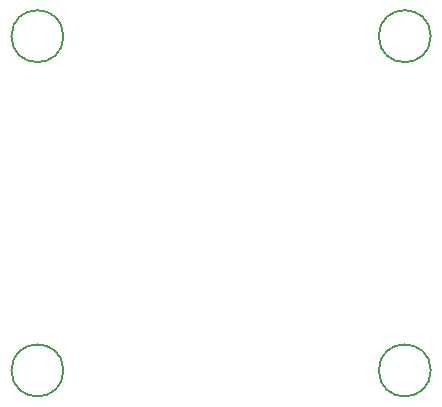
<source format=gbr>
%TF.GenerationSoftware,KiCad,Pcbnew,(6.0.4-0)*%
%TF.CreationDate,2023-05-29T12:52:23-05:00*%
%TF.ProjectId,voltage_sense,766f6c74-6167-4655-9f73-656e73652e6b,rev?*%
%TF.SameCoordinates,Original*%
%TF.FileFunction,Other,Comment*%
%FSLAX46Y46*%
G04 Gerber Fmt 4.6, Leading zero omitted, Abs format (unit mm)*
G04 Created by KiCad (PCBNEW (6.0.4-0)) date 2023-05-29 12:52:23*
%MOMM*%
%LPD*%
G01*
G04 APERTURE LIST*
%ADD10C,0.150000*%
G04 APERTURE END LIST*
D10*
%TO.C,H7*%
X47400000Y31617500D02*
G75*
G03*
X47400000Y31617500I-2200000J0D01*
G01*
%TO.C,H2*%
X16300000Y3317500D02*
G75*
G03*
X16300000Y3317500I-2200000J0D01*
G01*
%TO.C,H3*%
X47400000Y3317500D02*
G75*
G03*
X47400000Y3317500I-2200000J0D01*
G01*
%TO.C,H1*%
X16300000Y31617500D02*
G75*
G03*
X16300000Y31617500I-2200000J0D01*
G01*
%TD*%
M02*

</source>
